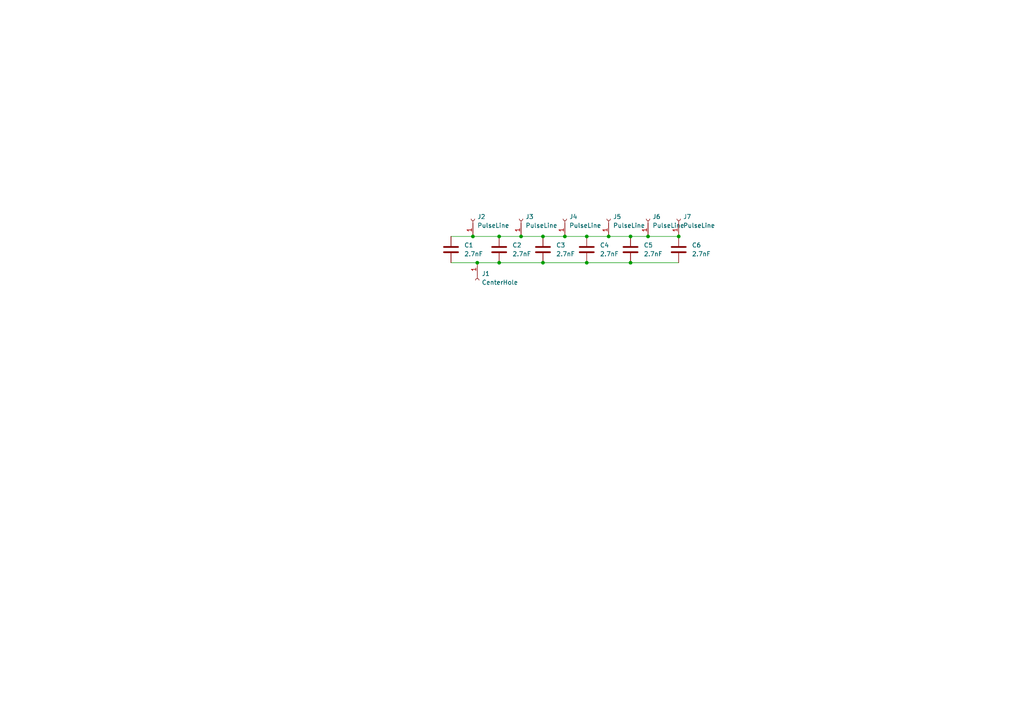
<source format=kicad_sch>
(kicad_sch (version 20211123) (generator eeschema)
  (paper "A4")
  (lib_symbols
    (symbol "Connector:Conn_01x01_Female" (pin_names (offset 1.016) hide)
      (property "Reference" "J" (at 0 2.54 0))
      (property "Value" "Conn_01x01_Female" (at 0 -2.54 0))
      (symbol "Conn_01x01_Female_1_1"
        (polyline (pts (xy -1.27 0) (xy -0.508 0)) (stroke (width 0.1524)))
        (arc (start 0 0.508) (mid -0.508 0) (end 0 -0.508) (stroke (width 0.1524)))
        (pin passive line (at -5.08 0 0) (length 3.81) (name "Pin_1") (number "1"))
      )
    )
    (symbol "Device:C" (pin_numbers hide) (pin_names (offset 0.254))
      (property "Reference" "C" (at 0.635 2.54 0))
      (property "Value" "C" (at 0.635 -2.54 0))
      (symbol "C_0_1"
        (polyline (pts (xy -2.032 -0.762) (xy 2.032 -0.762)) (stroke (width 0.508)))
        (polyline (pts (xy -2.032 0.762) (xy 2.032 0.762)) (stroke (width 0.508)))
      )
      (symbol "C_1_1"
        (pin passive line (at 0 3.81 270) (length 2.794) (name "~") (number "1"))
        (pin passive line (at 0 -3.81 90) (length 2.794) (name "~") (number "2"))
      )
    )
  )
  (junction (at 170.18 68.58))
  (junction (at 144.78 76.2))
  (junction (at 157.48 68.58))
  (junction (at 144.78 68.58))
  (junction (at 170.18 76.2))
  (junction (at 187.96 68.58))
  (junction (at 182.88 76.2))
  (junction (at 137.16 68.58))
  (junction (at 138.43 76.2))
  (junction (at 163.83 68.58))
  (junction (at 182.88 68.58))
  (junction (at 196.85 68.58))
  (junction (at 151.13 68.58))
  (junction (at 176.53 68.58))
  (junction (at 157.48 76.2))
  (wire (pts (xy 138.43 76.2) (xy 144.78 76.2)))
  (wire (pts (xy 182.88 68.58) (xy 187.96 68.58)))
  (wire (pts (xy 151.13 68.58) (xy 157.48 68.58)))
  (wire (pts (xy 187.96 68.58) (xy 196.85 68.58)))
  (wire (pts (xy 144.78 68.58) (xy 151.13 68.58)))
  (wire (pts (xy 157.48 68.58) (xy 163.83 68.58)))
  (wire (pts (xy 176.53 68.58) (xy 182.88 68.58)))
  (wire (pts (xy 137.16 68.58) (xy 144.78 68.58)))
  (wire (pts (xy 182.88 76.2) (xy 196.85 76.2)))
  (wire (pts (xy 163.83 68.58) (xy 170.18 68.58)))
  (wire (pts (xy 170.18 68.58) (xy 176.53 68.58)))
  (wire (pts (xy 170.18 76.2) (xy 182.88 76.2)))
  (wire (pts (xy 157.48 76.2) (xy 170.18 76.2)))
  (wire (pts (xy 130.81 68.58) (xy 137.16 68.58)))
  (wire (pts (xy 144.78 76.2) (xy 157.48 76.2)))
  (wire (pts (xy 130.81 76.2) (xy 138.43 76.2)))
  (symbol (lib_id "Connector:Conn_01x01_Female") (at 137.16 63.5 90) (unit 1)
    (property "Reference" "J2" (at 138.43 62.8649 90) (effects (justify right)))
    (property "Value" "PulseLine" (at 138.43 65.4049 90) (effects (justify right)))
    (property "Footprint" "Library:RG-174MinHole" (effects hide))
  )
  (symbol (lib_id "Device:C") (at 157.48 72.39 0) (unit 1)
    (property "Reference" "C3" (at 161.29 71.1199 0) (effects (justify left)))
    (property "Value" "2.7nF" (at 161.29 73.6599 0) (effects (justify left)))
    (property "Footprint" "Library:HV2225SideMount" (effects hide))
    (property "Datasheet" "https://www.vishay.com/docs/45228/hvseries.pdf" (effects hide))
  )
  (symbol (lib_id "Connector:Conn_01x01_Female") (at 187.96 63.5 90) (unit 1)
    (property "Reference" "J6" (at 189.23 62.8649 90) (effects (justify right)))
    (property "Value" "PulseLine" (at 189.23 65.4049 90) (effects (justify right)))
    (property "Footprint" "Library:RG-174MinHole" (effects hide))
  )
  (symbol (lib_id "Connector:Conn_01x01_Female") (at 196.85 63.5 90) (unit 1)
    (property "Reference" "J7" (at 198.12 62.8649 90) (effects (justify right)))
    (property "Value" "PulseLine" (at 198.12 65.4049 90) (effects (justify right)))
    (property "Footprint" "Library:RG-174MinHole" (effects hide))
  )
  (symbol (lib_id "Device:C") (at 144.78 72.39 0) (unit 1)
    (property "Reference" "C2" (at 148.59 71.1199 0) (effects (justify left)))
    (property "Value" "2.7nF" (at 148.59 73.6599 0) (effects (justify left)))
    (property "Footprint" "Library:HV2225SideMount" (effects hide))
    (property "Datasheet" "https://www.vishay.com/docs/45228/hvseries.pdf" (effects hide))
  )
  (symbol (lib_id "Connector:Conn_01x01_Female") (at 163.83 63.5 90) (unit 1)
    (property "Reference" "J4" (at 165.1 62.8649 90) (effects (justify right)))
    (property "Value" "PulseLine" (at 165.1 65.4049 90) (effects (justify right)))
    (property "Footprint" "Library:RG-174MinHole" (effects hide))
  )
  (symbol (lib_id "Device:C") (at 170.18 72.39 0) (unit 1)
    (property "Reference" "C4" (at 173.99 71.1199 0) (effects (justify left)))
    (property "Value" "2.7nF" (at 173.99 73.6599 0) (effects (justify left)))
    (property "Footprint" "Library:HV2225SideMount" (effects hide))
    (property "Datasheet" "https://www.vishay.com/docs/45228/hvseries.pdf" (effects hide))
  )
  (symbol (lib_id "Device:C") (at 130.81 72.39 0) (unit 1)
    (property "Reference" "C1" (at 134.62 71.1199 0) (effects (justify left)))
    (property "Value" "2.7nF" (at 134.62 73.6599 0) (effects (justify left)))
    (property "Footprint" "Library:HV2225SideMount" (effects hide))
    (property "Datasheet" "https://www.vishay.com/docs/45228/hvseries.pdf" (effects hide))
  )
  (symbol (lib_id "Device:C") (at 182.88 72.39 0) (unit 1)
    (property "Reference" "C5" (at 186.69 71.1199 0) (effects (justify left)))
    (property "Value" "2.7nF" (at 186.69 73.6599 0) (effects (justify left)))
    (property "Footprint" "Library:HV2225SideMount" (effects hide))
    (property "Datasheet" "https://www.vishay.com/docs/45228/hvseries.pdf" (effects hide))
  )
  (symbol (lib_id "Device:C") (at 196.85 72.39 0) (unit 1)
    (property "Reference" "C6" (at 200.66 71.1199 0) (effects (justify left)))
    (property "Value" "2.7nF" (at 200.66 73.6599 0) (effects (justify left)))
    (property "Footprint" "Library:HV2225SideMount" (effects hide))
    (property "Datasheet" "https://www.vishay.com/docs/45228/hvseries.pdf" (effects hide))
  )
  (symbol (lib_id "Connector:Conn_01x01_Female") (at 151.13 63.5 90) (unit 1)
    (property "Reference" "J3" (at 152.4 62.8649 90) (effects (justify right)))
    (property "Value" "PulseLine" (at 152.4 65.4049 90) (effects (justify right)))
    (property "Footprint" "Library:RG-174MinHole" (effects hide))
  )
  (symbol (lib_id "Connector:Conn_01x01_Female") (at 176.53 63.5 90) (unit 1)
    (property "Reference" "J5" (at 177.8 62.8649 90) (effects (justify right)))
    (property "Value" "PulseLine" (at 177.8 65.4049 90) (effects (justify right)))
    (property "Footprint" "Library:RG-174MinHole" (effects hide))
  )
  (symbol (lib_id "Connector:Conn_01x01_Female") (at 138.43 81.28 270) (unit 1)
    (property "Reference" "J1" (at 139.7 79.3749 90) (effects (justify left)))
    (property "Value" "CenterHole" (at 139.7 81.9149 90) (effects (justify left)))
    (property "Footprint" "MountingHole:MountingHole_2.1mm" (effects hide))
  )
)
</source>
